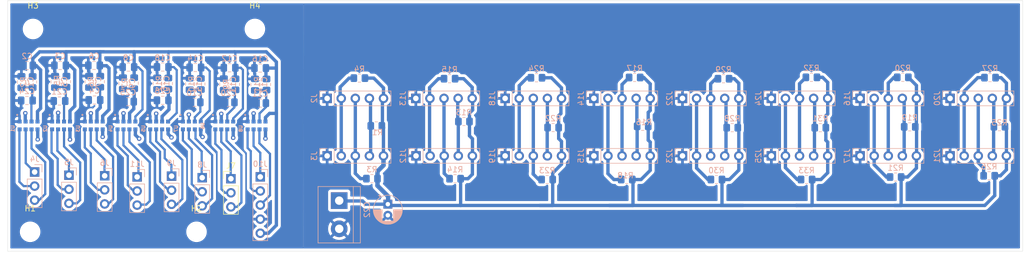
<source format=kicad_pcb>
(kicad_pcb (version 20221018) (generator pcbnew)
  (layers (0 "F.Cu" signal) (31 "B.Cu" signal) (34 "B.Paste" user) (35 "F.Paste" user) (36 "B.SilkS" user "B.Silkscreen") (37 "F.SilkS" user "F.Silkscreen") (38 "B.Mask" user) (39 "F.Mask" user) (44 "Edge.Cuts" user))
  (net 0 "")
  (net 1 "SCL1")
  (net 2 "SDA1")
  (net 3 "INT1")
  (net 4 "Net-(U1-Pad2)")
  (net 5 "Net-(C1-Pad1)")
  (net 6 "sclin")
  (net 7 "sdain")
  (net 8 "intin")
  (net 9 "GND")
  (net 10 "sclin2")
  (net 11 "Net-(C4-Pad1)")
  (net 12 "Net-(C21-Pad1)")
  (net 13 "Net-(C25-Pad1)")
  (net 14 "Net-(C13-Pad1)")
  (net 15 "Net-(C10-Pad1)")
  (net 16 "Net-(C11-Pad1)")
  (net 17 "Net-(C19-Pad1)")
  (net 18 "SDA2")
  (net 19 "SCL2")
  (net 20 "INT2")
  (net 21 "SDA3")
  (net 22 "SCL3")
  (net 23 "INT3")
  (net 24 "SDA4")
  (net 25 "SCL4")
  (net 26 "INT4")
  (net 27 "SDA6")
  (net 28 "SCL6")
  (net 29 "INT6")
  (net 30 "SDA7")
  (net 31 "SCL7")
  (net 32 "INT7")
  (net 33 "SDA8")
  (net 34 "SCL8")
  (net 35 "INT8")
  (net 36 "SDA5")
  (net 37 "SCL5")
  (net 38 "INT5")
  (net 39 "Net-(U2-Pad2)")
  (net 40 "Net-(U3-Pad2)")
  (net 41 "Net-(U4-Pad2)")
  (net 42 "Net-(U5-Pad2)")
  (net 43 "Net-(U6-Pad2)")
  (net 44 "Net-(U7-Pad2)")
  (net 45 "Net-(U8-Pad2)")
  (net 46 "+3.3V")
  (net 47 "sdain2")
  (net 48 "intin2")
  (net 49 "sclin4")
  (net 50 "sdain4")
  (net 51 "intin4")
  (net 52 "sclin7")
  (net 53 "sdain7")
  (net 54 "intin7")
  (net 55 "sclin3")
  (net 56 "sdain3")
  (net 57 "intin3")
  (net 58 "sclin8")
  (net 59 "sdain8")
  (net 60 "intin8")
  (net 61 "sclin5")
  (net 62 "sdain5")
  (net 63 "intin5")
  (net 64 "sclin6")
  (net 65 "sdain6")
  (net 66 "intin6")
  (footprint "MountingHole:MountingHole_3.2mm_M3" (layer "F.Cu") (at 40.68 52.387)
    (fp_text reference "H3")
    (fp_text value "MountingHole")
  )
  (footprint "Connector_PinHeader_2.54mm:PinHeader_1x03_P2.54mm_Vertical" (layer "F.Cu") (at 76.36 79.387)
    (fp_text reference "J7")
    (fp_text value "Conn_01x03_Pin" hide)
  )
  (footprint "MountingHole:MountingHole_3.2mm_M3" (layer "F.Cu") (at 70.16 88.957)
    (fp_text reference "H2")
    (fp_text value "MountingHole")
  )
  (footprint "MountingHole:MountingHole_3.2mm_M3" (layer "F.Cu") (at 40.16 88.957)
    (fp_text reference "H1")
    (fp_text value "MountingHole")
  )
  (footprint "MountingHole:MountingHole_3.2mm_M3" (layer "F.Cu") (at 80.68 52.387)
    (fp_text reference "H4")
    (fp_text value "MountingHole")
  )
  (footprint "Resistor_SMD:R_0805_2012Metric_Pad1.20x1.40mm_HandSolder" (layer "B.Cu") (at 131.455 61.1828 180)
    (fp_text reference "R24")
    (fp_text value "2.2k")
  )
  (footprint "Capacitor_SMD:C_0805_2012Metric_Pad1.18x1.45mm_HandSolder" (layer "B.Cu") (at 64.06 65.247 180)
    (fp_text reference "C26")
    (fp_text value "10uF")
  )
  (footprint "Capacitor_SMD:C_0805_2012Metric_Pad1.18x1.45mm_HandSolder" (layer "B.Cu") (at 64.064 59.25425 180)
    (fp_text reference "C18")
    (fp_text value "0.47uF")
  )
  (footprint "Resistor_SMD:R_0805_2012Metric_Pad1.20x1.40mm_HandSolder" (layer "B.Cu") (at 213.23 61.1578 180)
    (fp_text reference "R27")
    (fp_text value "2.2k")
  )
  (footprint "Connector_PinHeader_2.54mm:PinHeader_1x03_P2.54mm_Vertical" (layer "B.Cu") (at 47.16 78.752 180)
    (fp_text reference "J5")
    (fp_text value "Conn_01x03_Pin")
  )
  (footprint "Resistor_SMD:R_0805_2012Metric_Pad1.20x1.40mm_HandSolder" (layer "B.Cu") (at 70.94 62.307 -90)
    (fp_text reference "R10")
    (fp_text value "10E")
  )
  (footprint "Resistor_SMD:R_0805_2012Metric_Pad1.20x1.40mm_HandSolder" (layer "B.Cu") (at 77.188 62.367 -90)
    (fp_text reference "R9")
    (fp_text value "10E")
  )
  (footprint "Capacitor_SMD:C_0805_2012Metric_Pad1.18x1.45mm_HandSolder" (layer "B.Cu") (at 63.0734 62.22825 90)
    (fp_text reference "C19")
    (fp_text value "0.1uF")
  )
  (footprint "TerminalBlock:TerminalBlock_bornier-2_P5.08mm" (layer "B.Cu") (at 95.886 83.3388 -90)
    (fp_text reference "J28" hide)
    (fp_text value "Conn_01x02_Pin" hide)
  )
  (footprint "Capacitor_SMD:C_0805_2012Metric_Pad1.18x1.45mm_HandSolder" (layer "B.Cu") (at 80.7 62.4245 90)
    (fp_text reference "C17")
    (fp_text value "0.1uF")
  )
  (footprint "Resistor_SMD:R_0805_2012Metric_Pad1.20x1.40mm_HandSolder" (layer "B.Cu") (at 196.205 79.0828 180)
    (fp_text reference "R21")
    (fp_text value "2.2k")
  )
  (footprint "Resistor_SMD:R_0805_2012Metric_Pad1.20x1.40mm_HandSolder" (layer "B.Cu") (at 116.78 79.3828 180)
    (fp_text reference "R14")
    (fp_text value "2.2k")
  )
  (footprint "Connector_PinHeader_2.54mm:PinHeader_1x05_P2.54mm_Vertical" (layer "B.Cu") (at 81.6584 79.0542 180)
    (fp_text reference "J10")
    (fp_text value "Sen to pull out")
  )
  (footprint "Resistor_SMD:R_0805_2012Metric_Pad1.20x1.40mm_HandSolder" (layer "B.Cu") (at 150.605 69.9328 180)
    (fp_text reference "R16")
    (fp_text value "10k")
  )
  (footprint "Capacitor_SMD:C_0805_2012Metric_Pad1.18x1.45mm_HandSolder" (layer "B.Cu") (at 69.81 65.607 180)
    (fp_text reference "C10")
    (fp_text value "10uF")
  )
  (footprint "Connector_PinHeader_2.54mm:PinHeader_1x05_P2.54mm_Vertical" (layer "B.Cu") (at 173.805 64.9046 -90)
    (fp_text reference "J24")
    (fp_text value "sen to pull in")
  )
  (footprint "Connector_PinHeader_2.54mm:PinHeader_1x05_P2.54mm_Vertical" (layer "B.Cu") (at 206.03 64.9046 -90)
    (fp_text reference "J20")
    (fp_text value "sen to pull in")
  )
  (footprint "Resistor_SMD:R_0805_2012Metric_Pad1.20x1.40mm_HandSolder" (layer "B.Cu") (at 118.3762 69.0702 180)
    (fp_text reference "R13")
    (fp_text value "10k")
  )
  (footprint "Resistor_SMD:R_0805_2012Metric_Pad1.20x1.40mm_HandSolder" (layer "B.Cu") (at 99.5294 61.247 180)
    (fp_text reference "R4")
    (fp_text value "2.2k")
  )
  (footprint "VCNL4040M3OE:VISHAY_VCNL4040_4X2X1.1" (layer "B.Cu") (at 45.7329 69.7832 -90)
    (fp_text reference "U2")
    (fp_text value "VCNL4040M3OE")
  )
  (footprint "Connector_PinHeader_2.54mm:PinHeader_1x05_P2.54mm_Vertical" (layer "B.Cu") (at 189.805 75.2678 -90)
    (fp_text reference "J17")
    (fp_text value "Pull to mux in")
  )
  (footprint "Resistor_SMD:R_0805_2012Metric_Pad1.20x1.40mm_HandSolder" (layer "B.Cu") (at 214.93 70.0078 180)
    (fp_text reference "R25")
    (fp_text value "10k")
  )
  (footprint "Resistor_SMD:R_0805_2012Metric_Pad1.20x1.40mm_HandSolder" (layer "B.Cu") (at 181.03 61.1078 180)
    (fp_text reference "R32")
    (fp_text value "2.2k")
  )
  (footprint "Connector_PinHeader_2.54mm:PinHeader_1x03_P2.54mm_Vertical" (layer "B.Cu") (at 40.97 78.177 180)
    (fp_text reference "J4")
    (fp_text value "Conn_01x03_Pin")
  )
  (footprint "Capacitor_SMD:C_0805_2012Metric_Pad1.18x1.45mm_HandSolder" (layer "B.Cu") (at 57.8075 65.487 180)
    (fp_text reference "C25")
    (fp_text value "10uF")
  )
  (footprint "Capacitor_SMD:C_0805_2012Metric_Pad1.18x1.45mm_HandSolder" (layer "B.Cu") (at 38.588496 61.958701 90)
    (fp_text reference "C1")
    (fp_text value "0.1uF")
  )
  (footprint "VCNL4040M3OE:VISHAY_VCNL4040_4X2X1.1" (layer "B.Cu") (at 75.1629 69.7832 -90)
    (fp_text reference "U6")
    (fp_text value "VCNL4040M3OE" hide)
  )
  (footprint "Resistor_SMD:R_0805_2012Metric_Pad1.20x1.40mm_HandSolder" (layer "B.Cu") (at 46.708 61.887 -90)
    (fp_text reference "R5")
    (fp_text value "10E")
  )
  (footprint "Capacitor_SMD:C_0805_2012Metric_Pad1.18x1.45mm_HandSolder" (layer "B.Cu") (at 45.574 58.966 180)
    (fp_text reference "C3")
    (fp_text value "0.47uF")
  )
  (footprint "Connector_PinHeader_2.54mm:PinHeader_1x05_P2.54mm_Vertical" (layer "B.Cu") (at 189.805 64.9046 -90)
    (fp_text reference "J16")
    (fp_text value "sen to pull in")
  )
  (footprint "Resistor_SMD:R_0805_2012Metric_Pad1.20x1.40mm_HandSolder" (layer "B.Cu") (at 102.5774 69.8576 180)
    (fp_text reference "R1")
    (fp_text value "10k")
  )
  (footprint "VCNL4040M3OE:VISHAY_VCNL4040_4X2X1.1" (layer "B.Cu") (at 80.9819 69.7832 -90)
    (fp_text reference "U8")
    (fp_text value "VCNL4040M3OE")
  )
  (footprint "Connector_PinHeader_2.54mm:PinHeader_1x03_P2.54mm_Vertical" (layer "B.Cu") (at 53.6 78.857 180)
    (fp_text reference "J6")
    (fp_text value "Conn_01x03_Pin")
  )
  (footprint "Connector_PinHeader_2.54mm:PinHeader_1x05_P2.54mm_Vertical" (layer "B.Cu") (at 206.03 75.2678 -90)
    (fp_text reference "J21")
    (fp_text value "Pull to mux in")
  )
  (footprint "Resistor_SMD:R_0805_2012Metric_Pad1.20x1.40mm_HandSolder" (layer "B.Cu") (at 149.155 61.1328 180)
    (fp_text reference "R17")
    (fp_text value "2.2k")
  )
  (footprint "Connector_PinHeader_2.54mm:PinHeader_1x03_P2.54mm_Vertical" (layer "B.Cu") (at 65.66 78.922 180)
    (fp_text reference "J9")
    (fp_text value "Conn_01x03_Pin")
  )
  (footprint "VCNL4040M3OE:VISHAY_VCNL4040_4X2X1.1" (layer "B.Cu") (at 69.3169 69.7832 -90)
    (fp_text reference "U7")
    (fp_text value "VCNL4040M3OE")
  )
  (footprint "Resistor_SMD:R_0805_2012Metric_Pad1.20x1.40mm_HandSolder" (layer "B.Cu") (at 52.804 61.891 -90)
    (fp_text reference "R6")
    (fp_text value "10E")
  )
  (footprint "Resistor_SMD:R_0805_2012Metric_Pad1.20x1.40mm_HandSolder" (layer "B.Cu") (at 115.7854 61.3486 180)
    (fp_text reference "R15")
    (fp_text value "2.2k")
  )
  (footprint "Capacitor_SMD:C_0805_2012Metric_Pad1.18x1.45mm_HandSolder" (layer "B.Cu") (at 45.45 65.377 180)
    (fp_text reference "C21")
    (fp_text value "10uF")
  )
  (footprint "Resistor_SMD:R_0805_2012Metric_Pad1.20x1.40mm_HandSolder" (layer "B.Cu") (at 182.63 70.1828 180)
    (fp_text reference "R31")
    (fp_text value "10k")
  )
  (footprint "Capacitor_SMD:C_0805_2012Metric_Pad1.18x1.45mm_HandSolder" (layer "B.Cu") (at 50.7988 61.90764 90)
    (fp_text reference "C7")
    (fp_text value "0.1uF")
  )
  (footprint "Capacitor_SMD:C_0805_2012Metric_Pad1.18x1.45mm_HandSolder" (layer "B.Cu") (at 75.96 65.617 180)
    (fp_text reference "C20")
    (fp_text value "10uF")
  )
  (footprint "Capacitor_SMD:C_0805_2012Metric_Pad1.18x1.45mm_HandSolder" (layer "B.Cu") (at 39.6035 58.973 180)
    (fp_text reference "C2")
    (fp_text value "0.47uF")
  )
  (footprint "Resistor_SMD:R_0805_2012Metric_Pad1.20x1.40mm_HandSolder" (layer "B.Cu") (at 147.73 79.5328 180)
    (fp_text reference "R18")
    (fp_text value "2.2k")
  )
  (footprint "Connector_PinHeader_2.54mm:PinHeader_1x05_P2.54mm_Vertical" (layer "B.Cu") (at 93.7128 64.9046 -90)
    (fp_text reference "J2")
    (fp_text value "sen to pull in" hide)
  )
  (footprint "Connector_PinHeader_2.54mm:PinHeader_1x03_P2.54mm_Vertical" (layer "B.Cu") (at 59.45 79.062 180)
    (fp_text reference "J11")
    (fp_text value "Conn_01x03_Pin")
  )
  (footprint "Capacitor_SMD:C_0805_2012Metric_Pad1.18x1.45mm_HandSolder" (layer "B.Cu") (at 69.9494 59.333 180)
    (fp_text reference "C14")
    (fp_text value "0.47uF")
  )
  (footprint "Capacitor_SMD:C_0805_2012Metric_Pad1.18x1.45mm_HandSolder" (layer "B.Cu") (at 57.8806 59.26286 180)
    (fp_text reference "C8")
    (fp_text value "0.47uF")
  )
  (footprint "VCNL4040M3OE:VISHAY_VCNL4040_4X2X1.1" (layer "B.Cu") (at 63.4209 69.7832 -90)
    (fp_text reference "U5")
    (fp_text value "VCNL4040M3OE")
  )
  (footprint "VCNL4040M3OE:VISHAY_VCNL4040_4X2X1.1" (layer "B.Cu") (at 51.6289 69.7832 -90)
    (fp_text reference "U3")
    (fp_text value "VCNL4040M3OE")
  )
  (footprint "Resistor_SMD:R_0805_2012Metric_Pad1.20x1.40mm_HandSolder" (layer "B.Cu") (at 40.612 61.947 -90)
    (fp_text reference "R2")
    (fp_text value "10E")
  )
  (footprint "Connector_PinHeader_2.54mm:PinHeader_1x03_P2.54mm_Vertical" (layer "B.Cu") (at 71.18 79.202 180)
    (fp_text reference "J8")
    (fp_text value "Conn_01x03_Pin")
  )
  (footprint "Connector_PinHeader_2.54mm:PinHeader_1x05_P2.54mm_Vertical" (layer "B.Cu") (at 125.806 75.2678 -90)
    (fp_text reference "J19")
    (fp_text value "Pull to mux in")
  )
  (footprint "Resistor_SMD:R_0805_2012Metric_Pad1.20x1.40mm_HandSolder" (layer "B.Cu") (at 65.08 62.22825 -90)
    (fp_text reference "R12")
    (fp_text value "10E")
  )
  (footprint "Resistor_SMD:R_0805_2012Metric_Pad1.20x1.40mm_HandSolder" (layer "B.Cu") (at 82.776 62.399 -90)
    (fp_text reference "R11")
    (fp_text value "10E")
  )
  (footprint "Resistor_SMD:R_0805_2012Metric_Pad1.20x1.40mm_HandSolder" (layer "B.Cu") (at 133.38 79.5328 180)
    (fp_text reference "R23")
    (fp_text value "2.2k")
  )
  (footprint "VCNL4040M3OE:VISHAY_VCNL4040_4X2X1.1" (layer "B.Cu") (at 57.5249 69.7832 -90)
    (fp_text reference "U4")
    (fp_text value "VCNL4040M3OE")
  )
  (footprint "Capacitor_SMD:C_0805_2012Metric_Pad1.18x1.45mm_HandSolder" (layer "B.Cu") (at 39.58 65.287 180)
    (fp_text reference "C24")
    (fp_text value "10uF")
  )
  (footprint "Connector_PinHeader_2.54mm:PinHeader_1x05_P2.54mm_Vertical" (layer "B.Cu") (at 109.7402 75.2678 -90)
    (fp_text reference "J12")
    (fp_text value "sen to pull in")
  )
  (footprint "Resistor_SMD:R_0805_2012Metric_Pad1.20x1.40mm_HandSolder" (layer "B.Cu") (at 101.79 79.367 180)
    (fp_text reference "R3")
    (fp_text value "2.2k")
  )
  (footprint "Connector_PinHeader_2.54mm:PinHeader_1x05_P2.54mm_Vertical" (layer "B.Cu") (at 141.8032 75.2678 -90)
    (fp_text reference "J15")
    (fp_text value "Pull to mux in")
  )
  (footprint "Capacitor_SMD:C_0805_2012Metric_Pad1.18x1.45mm_HandSolder" (layer "B.Cu") (at 68.9334 62.307 90)
    (fp_text reference "C15")
    (fp_text value "0.1uF")
  )
  (footprint "Connector_PinHeader_2.54mm:PinHeader_1x05_P2.54mm_Vertical" (layer "B.Cu") (at 157.78 75.2678 -90)
    (fp_text reference "J23")
    (fp_text value "Pull to mux in")
  )
  (footprint "Capacitor_SMD:C_0805_2012Metric_Pad1.18x1.45mm_HandSolder" (layer "B.Cu") (at 81.63 65.757 180)
    (fp_text reference "C11")
    (fp_text value "10uF")
  )
  (footprint "Connector_PinHeader_2.54mm:PinHeader_1x05_P2.54mm_Vertical" (layer "B.Cu") (at 93.7128 75.2678 -90)
    (fp_text reference "J3")
    (fp_text value "Pull to mux in" hide)
  )
  (footprint "Resistor_SMD:R_0805_2012Metric_Pad1.20x1.40mm_HandSolder" (layer "B.Cu") (at 134.455 70.1578 180)
    (fp_text reference "R22")
    (fp_text value "10k")
  )
  (footprint "Connector_PinHeader_2.54mm:PinHeader_1x05_P2.54mm_Vertical" (layer "B.Cu") (at 173.805 75.2678 -90)
    (fp_text reference "J25")
    (fp_text value "Pull to mux in")
  )
  (footprint "Resistor_SMD:R_0805_2012Metric_Pad1.20x1.40mm_HandSolder" (layer "B.Cu") (at 197.505 61.1078 180)
    (fp_text reference "R20")
    (fp_text value "2.2k")
  )
  (footprint "Capacitor_SMD:C_0805_2012Metric_Pad1.18x1.45mm_HandSolder" (layer "B.Cu") (at 44.659368 61.91304 90)
    (fp_text reference "C5")
    (fp_text value "0.1uF")
  )
  (footprint "Connector_PinHeader_2.54mm:PinHeader_1x05_P2.54mm_Vertical" (layer "B.Cu") (at 125.806 64.9046 -90)
    (fp_text reference "J18")
    (fp_text value "sen to pull in")
  )
  (footprint "Resistor_SMD:R_0805_2012Metric_Pad1.20x1.40mm_HandSolder" (layer "B.Cu") (at 180.155 79.5328 180)
    (fp_text reference "R33")
    (fp_text value "2.2k")
  )
  (footprint "Resistor_SMD:R_0805_2012Metric_Pad1.20x1.40mm_HandSolder" (layer "B.Cu") (at 58.922 62.15846 -90)
    (fp_text reference "R7")
    (fp_text value "10E")
  )
  (footprint "Capacitor_SMD:C_0805_2012Metric_Pad1.18x1.45mm_HandSolder" (layer "B.Cu") (at 56.89 62.1845 90)
    (fp_text reference "C9")
    (fp_text value "0.1uF")
  )
  (footprint "Resistor_SMD:R_0805_2012Metric_Pad1.20x1.40mm_HandSolder" (layer "B.Cu") (at 198.755 70.0328 180)
    (fp_text reference "R19")
    (fp_text value "10k")
  )
  (footprint "Connector_PinHeader_2.54mm:PinHeader_1x05_P2.54mm_Vertical" (layer "B.Cu") (at 157.78 64.9046 -90)
    (fp_text reference "J22")
    (fp_text value "sen to pull in")
  )
  (footprint "Resistor_SMD:R_0805_2012Metric_Pad1.20x1.40mm_HandSolder" (layer "B.Cu") (at 165.18 61.3578 180)
    (fp_text reference "R29")
    (fp_text value "2.2k")
  )
  (footprint "Capacitor_THT:CP_Radial_D5.0mm_P2.00mm" (layer "B.Cu") (at 104.656 83.9788 -90)
    (fp_text reference "C22")
    (fp_text value "100uF")
  )
  (footprint "Capacitor_SMD:C_0805_2012Metric_Pad1.18x1.45mm_HandSolder" (layer "B.Cu") (at 51.76 65.197 180)
    (fp_text reference "C4")
    (fp_text value "10uF")
  )
  (footprint "Capacitor_SMD:C_0805_2012Metric_Pad1.18x1.45mm_HandSolder" (layer "B.Cu") (at 81.6398 59.438799 180)
    (fp_text reference "C16")
    (fp_text value "0.47uF")
  )
  (footprint "Capacitor_SMD:C_0805_2012Metric_Pad1.18x1.45mm_HandSolder" (layer "B.Cu") (at 75.0788 62.367 90)
    (fp_text reference "C13")
    (fp_text value "0.1uF")
  )
  (footprint "Capacitor_SMD:C_0805_2012Metric_Pad1.18x1.45mm_HandSolder" (layer "B.Cu") (at 51.6878 58.9606 180)
    (fp_text reference "C6")
    (fp_text value "0.47uF")
  )
  (footprint "Resistor_SMD:R_0805_2012Metric_Pad1.20x1.40mm_HandSolder" (layer "B.Cu") (at 213.08 78.8578 180)
    (fp_text reference "R26")
    (fp_text value "2.2k")
  )
  (footprint "VCNL4040M3OE:VISHAY_VCNL4040_4X2X1.1" (layer "B.Cu") (at 39.8754 69.7832 -90)
    (fp_text reference "U1")
    (fp_text value "VCNL4040M3OE" hide)
  )
  (footprint "Resistor_SMD:R_0805_2012Metric_Pad1.20x1.40mm_HandSolder" (layer "B.Cu") (at 166.755 70.1828 180)
    (fp_text reference "R28")
    (fp_text value "10k")
  )
  (footprint "Capacitor_SMD:C_0805_2012Metric_Pad1.18x1.45mm_HandSolder" (layer "B.Cu") (at 76.1202 59.381299 180)
    (fp_text reference "C12")
    (fp_text value "0.47uF")
  )
  (footprint "Resistor_SMD:R_0805_2012Metric_Pad1.20x1.40mm_HandSolder" (layer "B.Cu") (at 163.905 79.5328 180)
    (fp_text reference "R30")
    (fp_text value "2.2k")
  )
  (footprint "Connector_PinHeader_2.54mm:PinHeader_1x05_P2.54mm_Vertical" (layer "B.Cu") (at 141.8032 64.9046 -90)
    (fp_text reference "J14")
    (fp_text value "sen to pull in")
  )
  (footprint "Connector_PinHeader_2.54mm:PinHeader_1x05_P2.54mm_Vertical" (layer "B.Cu") (at 109.705 64.9046 -90)
    (fp_text reference "J13")
    (fp_text value "Pull to mux in")
  )
  (gr_rect (start 36.09 47.267) (end 219.13 92.457) (stroke (width 0.05)) (fill none) (layer "Edge.Cuts"))
  (segment (start 39.0002 80.717) (end 38.2244 79.9412) (width 0.4) (layer "B.Cu") (net 1))
  (segment (start 38.2244 70.5217) (end 38.2629 70.4832) (width 0.4) (layer "B.Cu") (net 1))
  (segment (start 38.2244 79.9412) (end 38.2244 70.5217) (width 0.4) (layer "B.Cu") (net 1))
  (segment (start 40.97 80.717) (end 39.0002 80.717) (width 0.4) (layer "B.Cu") (net 1))
  (segment (start 39.3674 76.5744) (end 40.97 78.177) (width 0.4) (layer "B.Cu") (net 2))
  (segment (start 39.3379 70.4832) (end 39.3674 70.5127) (width 0.4) (layer "B.Cu") (net 2))
  (segment (start 39.3674 70.5127) (end 39.3674 76.5744) (width 0.4) (layer "B.Cu") (net 2))
  (segment (start 42.88 76.407) (end 40.4129 73.9399) (width 0.4) (layer "B.Cu") (net 3))
  (segment (start 41.77 83.257) (end 42.88 82.147) (width 0.4) (layer "B.Cu") (net 3))
  (segment (start 40.97 83.257) (end 41.77 83.257) (width 0.4) (layer "B.Cu") (net 3))
  (segment (start 40.4129 73.9399) (end 40.4129 70.4832) (width 0.4) (layer "B.Cu") (net 3))
  (segment (start 42.88 82.147) (end 42.88 76.407) (width 0.4) (layer "B.Cu") (net 3))
  (via (at 41.5264 72.293882) (size 0.8) (drill 0.4) (layers "F.Cu" "B.Cu") (net 4))
  (via (at 39.29 67.567) (size 0.8) (drill 0.4) (layers "F.Cu" "B.Cu") (net 4))
  (segment (start 39.29 67.567) (end 39.2834 67.5736) (width 0.6) (layer "B.Cu") (net 4))
  (segment (start 41.5264 72.293882) (end 41.5264 70.5217) (width 0.6) (layer "B.Cu") (net 4))
  (segment (start 39.2834 67.5736) (end 39.2834 69.0832) (width 0.6) (layer "B.Cu") (net 4))
  (segment (start 41.5264 70.5217) (end 41.4879 70.4832) (width 0.3) (layer "B.Cu") (net 4))
  (segment (start 40.6175 65.287) (end 40.3875 65.517) (width 0.4) (layer "B.Cu") (net 5))
  (segment (start 40.3875 65.517) (end 40.3875 69.0578) (width 0.4) (layer "B.Cu") (net 5))
  (segment (start 40.3875 69.0578) (end 40.4129 69.0832) (width 0.4) (layer "B.Cu") (net 5))
  (segment (start 40.53 62.947) (end 40.53 65.1995) (width 0.4) (layer "B.Cu") (net 5))
  (segment (start 40.53 65.1995) (end 40.6175 65.287) (width 0.4) (layer "B.Cu") (net 5))
  (segment (start 40.7465 62.9845) (end 40.784 62.947) (width 0.4) (layer "B.Cu") (net 5))
  (segment (start 40.709 62.947) (end 40.7465 62.9845) (width 0.4) (layer "B.Cu") (net 5))
  (segment (start 40.53 62.947) (end 38.637697 62.947) (width 0.4) (layer "B.Cu") (net 5))
  (segment (start 96.055 64.7068) (end 96.2528 64.9046) (width 0.6) (layer "B.Cu") (net 6))
  (segment (start 96.2528 64.9046) (end 96.2528 75.2678) (width 0.6) (layer "B.Cu") (net 6))
  (segment (start 97.6658 61.247) (end 96.055 62.8578) (width 0.6) (layer "B.Cu") (net 6))
  (segment (start 96.055 62.8578) (end 96.055 64.7068) (width 0.6) (layer "B.Cu") (net 6))
  (segment (start 98.5294 61.247) (end 97.6658 61.247) (width 0.6) (layer "B.Cu") (net 6))
  (segment (start 98.7928 64.9046) (end 98.7928 78.4298) (width 0.6) (layer "B.Cu") (net 7))
  (segment (start 99.73 79.367) (end 100.79 79.367) (width 0.6) (layer "B.Cu") (net 7))
  (segment (start 98.7928 78.4298) (end 99.73 79.367) (width 0.6) (layer "B.Cu") (net 7))
  (segment (start 101.555 70.3244) (end 101.555 75.0456) (width 0.6) (layer "B.Cu") (net 8))
  (segment (start 101.3328 64.9046) (end 101.53 65.1018) (width 0.6) (layer "B.Cu") (net 8))
  (segment (start 101.53 69.4158) (end 101.3328 69.613) (width 0.6) (layer "B.Cu") (net 8))
  (segment (start 101.53 65.1018) (end 101.53 69.4158) (width 0.6) (layer "B.Cu") (net 8))
  (segment (start 101.3328 69.613) (end 101.5774 69.8576) (width 0) (layer "B.Cu") (net 8))
  (segment (start 101.3328 70.1022) (end 101.555 70.3244) (width 0.6) (layer "B.Cu") (net 8))
  (segment (start 101.555 75.0456) (end 101.3328 75.2678) (width 0.6) (layer "B.Cu") (net 8))
  (segment (start 109.6386 75.1662) (end 109.7402 75.2678) (width 0.6) (layer "B.Cu") (net 9))
  (segment (start 114.7854 61.3486) (end 113.7842 61.3486) (width 0.6) (layer "B.Cu") (net 10))
  (segment (start 113.7842 61.3486) (end 112.1786 62.9542) (width 0.6) (layer "B.Cu") (net 10))
  (segment (start 112.1786 62.9542) (end 112.1786 75.1662) (width 0.6) (layer "B.Cu") (net 10))
  (segment (start 112.1786 75.1662) (end 112.2802 75.2678) (width 0.6) (layer "B.Cu") (net 10))
  (segment (start 52.78 62.907) (end 50.83694 62.907) (width 0.4) (layer "B.Cu") (net 11))
  (segment (start 52.21 67.157) (end 52.7975 66.5695) (width 0.6) (layer "B.Cu") (net 11))
  (segment (start 52.7975 66.5695) (end 52.7975 65.197) (width 0.6) (layer "B.Cu") (net 11))
  (segment (start 52.78 65.1795) (end 52.7975 65.197) (width 0.4) (layer "B.Cu") (net 11))
  (segment (start 52.21 69.0396) (end 52.21 67.157) (width 0.6) (layer "B.Cu") (net 11))
  (segment (start 52.78 62.907) (end 52.78 65.1795) (width 0.4) (layer "B.Cu") (net 11))
  (segment (start 52.78 62.907) (end 52.5722 63.1148) (width 0.4) (layer "B.Cu") (net 11))
  (segment (start 52.1664 69.0832) (end 52.21 69.0396) (width 0.6) (layer "B.Cu") (net 11))
  (segment (start 45.193 62.8505) (end 46.5535 62.8505) (width 0.4) (layer "B.Cu") (net 12))
  (segment (start 46.2704 65.5941) (end 46.2704 69.0832) (width 0.4) (layer "B.Cu") (net 12))
  (segment (start 46.59 62.887) (end 46.59 65.2745) (width 0.4) (layer "B.Cu") (net 12))
  (segment (start 46.5535 62.8505) (end 46.59 62.887) (width 0.4) (layer "B.Cu") (net 12))
  (segment (start 46.59 65.2745) (end 46.4875 65.377) (width 0.4) (layer "B.Cu") (net 12))
  (segment (start 46.4875 65.377) (end 46.2704 65.5941) (width 0.4) (layer "B.Cu") (net 12))
  (segment (start 58.922 65.41) (end 58.845 65.487) (width 0.6) (layer "B.Cu") (net 13))
  (segment (start 58.845 65.487) (end 58.845 66.802) (width 0.6) (layer "B.Cu") (net 13))
  (segment (start 58.0624 68.586144) (end 58.0624 69.0832) (width 0.4) (layer "B.Cu") (net 13))
  (segment (start 58.09 67.557) (end 58.09 69.0556) (width 0.6) (layer "B.Cu") (net 13))
  (segment (start 58.922 63.15846) (end 58.922 65.41) (width 0.6) (layer "B.Cu") (net 13))
  (segment (start 58.922 63.16236) (end 56.95354 63.16236) (width 0.4) (layer "B.Cu") (net 13))
  (segment (start 58.09 69.0556) (end 58.0624 69.0832) (width 0.6) (layer "B.Cu") (net 13))
  (segment (start 58.845 66.802) (end 58.09 67.557) (width 0.6) (layer "B.Cu") (net 13))
  (segment (start 75.0788 63.4045) (end 77.0225 63.4045) (width 0.4) (layer "B.Cu") (net 14))
  (segment (start 77.0225 63.4045) (end 77.06 63.367) (width 0.4) (layer "B.Cu") (net 14))
  (segment (start 76.9975 65.617) (end 76.9975 66.5095) (width 0.4) (layer "B.Cu") (net 14))
  (segment (start 76.9975 66.5095) (end 75.7004 67.8066) (width 0.4) (layer "B.Cu") (net 14))
  (segment (start 77.0764 65.5381) (end 76.9975 65.617) (width 0.4) (layer "B.Cu") (net 14))
  (segment (start 77.0764 63.404056) (end 77.0764 65.5381) (width 0.4) (layer "B.Cu") (net 14))
  (segment (start 75.7004 67.8066) (end 75.7004 69.0832) (width 0.4) (layer "B.Cu") (net 14))
  (segment (start 70.8475 67.2995) (end 69.8544 68.2926) (width 0.4) (layer "B.Cu") (net 15))
  (segment (start 70.8475 65.607) (end 70.8475 67.2995) (width 0.4) (layer "B.Cu") (net 15))
  (segment (start 70.94 65.5145) (end 70.8475 65.607) (width 0.4) (layer "B.Cu") (net 15))
  (segment (start 70.94 63.307) (end 70.94 65.5145) (width 0.4) (layer "B.Cu") (net 15))
  (segment (start 70.9025 63.3445) (end 70.94 63.307) (width 0.4) (layer "B.Cu") (net 15))
  (segment (start 68.9334 63.3445) (end 70.9025 63.3445) (width 0.4) (layer "B.Cu") (net 15))
  (segment (start 69.8544 68.2926) (end 69.8544 69.0832) (width 0.4) (layer "B.Cu") (net 15))
  (segment (start 81.5194 67.6276) (end 81.5194 69.0832) (width 0.4) (layer "B.Cu") (net 16))
  (segment (start 80.749201 63.412799) (end 80.7 63.462) (width 0.4) (layer "B.Cu") (net 16))
  (segment (start 82.7198 64.032) (end 82.7198 65.3212) (width 0.4) (layer "B.Cu") (net 16))
  (segment (start 82.6675 65.757) (end 82.6675 66.4795) (width 0.4) (layer "B.Cu") (net 16))
  (segment (start 82.6675 66.4795) (end 81.5194 67.6276) (width 0.4) (layer "B.Cu") (net 16))
  (segment (start 82.6812 63.412799) (end 80.749201 63.412799) (width 0.4) (layer "B.Cu") (net 16))
  (segment (start 65.0425 63.26575) (end 65.08 63.22825) (width 0.6) (layer "B.Cu") (net 17))
  (segment (start 63.0734 63.26575) (end 65.0425 63.26575) (width 0.6) (layer "B.Cu") (net 17))
  (segment (start 65.08 65.03275) (end 65.1915 65.14425) (width 0.6) (layer "B.Cu") (net 17))
  (segment (start 65.1915 65.14425) (end 65.1915 66.911135) (width 0.6) (layer "B.Cu") (net 17))
  (segment (start 65.1915 66.911135) (end 63.9584 68.144235) (width 0.6) (layer "B.Cu") (net 17))
  (segment (start 63.9584 68.144235) (end 63.9584 69.0832) (width 0.6) (layer "B.Cu") (net 17))
  (segment (start 65.08 63.22825) (end 65.08 65.03275) (width 0.6) (layer "B.Cu") (net 17))
  (segment (start 47.16 76.447) (end 45.0704 74.3574) (width 0.4) (layer "B.Cu") (net 18))
  (segment (start 45.0704 74.3574) (end 45.0704 70.4832) (width 0.4) (layer "B.Cu") (net 18))
  (segment (start 47.16 78.752) (end 47.16 76.447) (width 0.4) (layer "B.Cu") (net 18))
  (segment (start 45.9252 81.292) (end 45.13 80.4968) (width 0.4) (layer "B.Cu") (net 19))
  (segment (start 45.13 80.4968) (end 45.13 75.797) (width 0.4) (layer "B.Cu") (net 19))
  (segment (start 47.16 81.292) (end 45.9252 81.292) (width 0.4) (layer "B.Cu") (net 19))
  (segment (start 44.0204 74.6874) (end 44.0204 70.4832) (width 0.4) (layer "B.Cu") (net 19))
  (segment (start 45.13 75.797) (end 44.0204 74.6874) (width 0.4) (layer "B.Cu") (net 19))
  (segment (start 48.5828 83.832) (end 49.18 83.2348) (width 0.4) (layer "B.Cu") (net 20))
  (segment (start 49.18 83.2348) (end 49.18 76.4694) (width 0.4) (layer "B.Cu") (net 20))
  (segment (start 49.18 76.4694) (end 46.2704 73.5598) (width 0.4) (layer "B.Cu") (net 20))
  (segment (start 46.2704 73.5598) (end 46.2704 70.4832) (width 0.4) (layer "B.Cu") (net 20))
  (segment (start 47.16 83.832) (end 48.5828 83.832) (width 0.4) (layer "B.Cu") (net 20))
  (segment (start 53.57 78.827) (end 53.57 75.897) (width 0.4) (layer "B.Cu") (net 21))
  (segment (start 51.0914 73.4184) (end 51.0914 70.4832) (width 0.4) (layer "B.Cu") (net 21))
  (segment (start 53.57 75.897) (end 51.0914 73.4184) (width 0.4) (layer "B.Cu") (net 21))
  (segment (start 53.6 78.857) (end 53.57 78.827) (width 0.4) (layer "B.Cu") (net 21))
  (segment (start 53.6 81.397) (end 52.4056 81.397) (width 0.4) (layer "B.Cu") (net 22))
  (segment (start 51.1 80.0914) (end 51.1 74.841214) (width 0.4) (layer "B.Cu") (net 22))
  (segment (start 52.4056 81.397) (end 51.1 80.0914) (width 0.4) (layer "B.Cu") (net 22))
  (segment (start 50.0164 73.757614) (end 50.0164 70.4832) (width 0.4) (layer "B.Cu") (net 22))
  (segment (start 51.1 74.841214) (end 50.0164 73.757614) (width 0.4) (layer "B.Cu") (net 22))
  (segment (start 54.27 83.937) (end 53.56 83.937) (width 0.4) (layer "B.Cu") (net 23))
  (segment (start 55.117253 83.089747) (end 54.27 83.937) (width 0.4) (layer "B.Cu") (net 23))
  (segment (start 52.2198 72.522347) (end 52.1664 72.468947) (width 0.4) (layer "B.Cu") (net 23))
  (segment (start 52.2198 72.522347) (end 52.2198 72.518081) (width 0.4) (layer "B.Cu") (net 23))
  (segment (start 55.117253 75.4198) (end 55.117253 83.089747) (width 0.4) (layer "B.Cu") (net 23))
  (segment (start 52.2198 72.522347) (end 55.117253 75.4198) (width 0.4) (layer "B.Cu") (net 23))
  (segment (start 52.1664 72.468947) (end 52.1664 70.4832) (width 0.4) (layer "B.Cu") (net 23))
  (segment (start 56.9874 73.3644) (end 59.689 76.066) (width 0.4) (layer "B.Cu") (net 24))
  (segment (start 56.9874 70.4832) (end 56.9874 73.3644) (width 0.4) (layer "B.Cu") (net 24))
  (segment (start 59.689 76.066) (end 59.689 78.9758) (width 0.4) (layer "B.Cu") (net 24))
  (segment (start 57.77 80.557) (end 57.77 75.27837) (width 0.4) (layer "B.Cu") (net 25))
  (segment (start 55.9124 73.42077) (end 55.9124 70.4832) (width 0.4) (layer "B.Cu") (net 25))
  (segment (start 58.7288 81.5158) (end 57.77 80.557) (width 0.4) (layer "B.Cu") (net 25))
  (segment (start 59.689 81.5158) (end 58.7288 81.5158) (width 0.4) (layer "B.Cu") (net 25))
  (segment (start 57.77 75.27837) (end 55.9124 73.42077) (width 0.4) (layer "B.Cu") (net 25))
  (segment (start 59.689 84.0558) (end 61.0844 84.0558) (width 0.4) (layer "B.Cu") (net 26))
  (segment (start 61.73 76.421) (end 58.0624 72.7534) (width 0.4) (layer "B.Cu") (net 26))
  (segment (start 61.73 83.4102) (end 61.73 76.421) (width 0.4) (layer "B.Cu") (net 26))
  (segment (start 61.0844 84.0558) (end 61.73 83.4102) (width 0.4) (layer "B.Cu") (net 26))
  (segment (start 58.0624 72.689256) (end 58.0624 70.4832) (width 0.4) (layer "B.Cu") (net 26))
  (segment (start 76.326 74.4562) (end 74.6226 72.7528) (width 0.4) (layer "B.Cu") (net 27))
  (segment (start 76.326 79.353) (end 76.326 74.4562) (width 0.4) (layer "B.Cu") (net 27))
  (segment (start 74.6226 72.7528) (end 74.6226 70.486) (width 0.4) (layer "B.Cu") (net 27))
  (segment (start 76.36 79.387) (end 76.326 79.353) (width 0.4) (layer "B.Cu") (net 27))
  (segment (start 74.6226 70.486) (end 74.6254 70.4832) (width 0.4) (layer "B.Cu") (net 27))
  (segment (start 73.5504 73.094814) (end 73.5504 70.4832) (width 0.4) (layer "B.Cu") (net 28))
  (segment (start 74.66 74.204414) (end 73.5504 73.094814) (width 0.4) (layer "B.Cu") (net 28))
  (segment (start 74.66 81.287) (end 74.66 74.204414) (width 0.4) (layer "B.Cu") (net 28))
  (segment (start 76.36 81.927) (end 75.3 81.927) (width 0.4) (layer "B.Cu") (net 28))
  (segment (start 75.3 81.927) (end 74.66 81.287) (width 0.4) (layer "B.Cu") (net 28))
  (segment (start 77.45 84.467) (end 78.2548 83.6622) (width 0.4) (layer "B.Cu") (net 29))
  (segment (start 76.36 84.467) (end 77.45 84.467) (width 0.4) (layer "B.Cu") (net 29))
  (segment (start 78.2548 83.6622) (end 78.2548 75.182918) (width 0.4) (layer "B.Cu") (net 29))
  (segment (start 75.5754 72.503518) (end 75.5754 70.4832) (width 0.4) (layer "B.Cu") (net 29))
  (segment (start 78.2548 75.182918) (end 75.5754 72.503518) (width 0.4) (layer "B.Cu") (net 29))
  (segment (start 71.092 78.8742) (end 71.092 74.458138) (width 0.4) (layer "B.Cu") (net 30))
  (segment (start 71.1428 78.925) (end 71.092 78.8742) (width 0.4) (layer "B.Cu") (net 30))
  (segment (start 71.092 74.458138) (end 68.7794 72.145538) (width 0.4) (layer "B.Cu") (net 30))
  (segment (start 68.7794 72.145538) (end 68.7794 70.4832) (width 0.4) (layer "B.Cu") (net 30))
  (segment (start 67.7044 72.484752) (end 67.7044 70.4832) (width 0.4) (layer "B.Cu") (net 31))
  (segment (start 71.1428 81.465) (end 70.398 81.465) (width 0.4) (layer "B.Cu") (net 31))
  (segment (start 69.3 80.367) (end 69.3 74.080352) (width 0.4) (layer "B.Cu") (net 31))
  (segment (start 70.398 81.465) (end 69.3 80.367) (width 0.4) (layer "B.Cu") (net 31))
  (segment (start 69.3 74.080352) (end 67.7044 72.484752) (width 0.4) (layer "B.Cu") (net 31))
  (segment (start 69.9794 72.143456) (end 72.97 75.134056) (width 0.4) (layer "B.Cu") (net 32))
  (segment (start 71.942 84.005) (end 71.1428 84.005) (width 0.4) (layer "B.Cu") (net 32))
  (segment (start 69.7294 70.6082) (end 69.9794 70.8582) (width 0.4) (layer "B.Cu") (net 32))
  (segment (start 69.9794 70.8582) (end 69.9794 72.143456) (width 0.4) (layer "B.Cu") (net 32))
  (segment (start 72.97 82.977) (end 71.942 84.005) (width 0.4) (layer "B.Cu") (net 32))
  (segment (start 72.97 75.134056) (end 72.97 82.977) (width 0.4) (layer "B.Cu") (net 32))
  (segment (start 81.6584 74.714834) (end 80.4444 73.500834) (width 0.4) (layer "B.Cu") (net 33))
  (segment (start 80.4444 73.500834) (end 80.4444 70.4832) (width 0.4) (layer "B.Cu") (net 33))
  (segment (start 81.6584 79.0542) (end 81.6584 74.714834) (width 0.4) (layer "B.Cu") (net 33))
  (segment (start 79.94 74.410648) (end 79.3694 73.840048) (width 0.4) (layer "B.Cu") (net 34))
  (segment (start 79.94 81.077881) (end 79.94 74.410648) (width 0.4) (layer "B.Cu") (net 34))
  (segment (start 79.3694 73.840048) (end 79.3694 70.4832) (width 0.4) (layer "B.Cu") (net 34))
  (segment (start 80.456319 81.5942) (end 79.94 81.077881) (width 0.4) (layer "B.Cu") (net 34))
  (segment (start 81.6584 81.5942) (end 80.456319 81.5942) (width 0.4) (layer "B.Cu") (net 34))
  (segment (start 83.4084 82.3842) (end 83.4084 74.9092) (width 0.4) (layer "B.Cu") (net 35))
  (segment (start 81.6584 84.1342) (end 83.4084 82.3842) (width 0.4) (layer "B.Cu") (net 35))
  (segment (start 83.4084 74.9092) (end 81.4944 72.9952) (width 0.4) (layer "B.Cu") (net 35))
  (segment (start 81.4944 72.9952) (end 81.4944 70.5832) (width 0.4) (layer "B.Cu") (net 35))
  (segment (start 64.43 75.687) (end 64.43 74.164918) (width 0.4) (layer "B.Cu") (net 36))
  (segment (start 62.8834 72.618318) (end 62.8834 70.4832) (width 0.4) (layer "B.Cu") (net 36))
  (segment (start 65.631 79.0542) (end 65.631 76.888) (width 0.4) (layer "B.Cu") (net 36))
  (segment (start 65.631 76.888) (end 64.43 75.687) (width 0.4) (layer "B.Cu") (net 36))
  (segment (start 64.43 74.164918) (end 62.8834 72.618318) (width 0.4) (layer "B.Cu") (net 36))
  (segment (start 65.631 79.0542) (end 65.7074 78.9778) (width 0.2) (layer "B.Cu") (net 36))
  (segment (start 63.58 79.927) (end 63.58 74.517) (width 0.4) (layer "B.Cu") (net 37))
  (segment (start 63.58 74.517) (end 61.821 72.758) (width 0.4) (layer "B.Cu") (net 37))
  (segment (start 65.2472 81.5942) (end 63.58 79.927) (width 0.4) (layer "B.Cu") (net 37))
  (segment (start 65.631 81.5942) (end 65.2472 81.5942) (width 0.4) (layer "B.Cu") (net 37))
  (segment (start 61.821 72.758) (end 61.821 70.4958) (width 0.4) (layer "B.Cu") (net 37))
  (segment (start 61.821 70.4958) (end 61.8084 70.4832) (width 0.4) (layer "B.Cu") (net 37))
  (segment (start 67.606 83.021) (end 67.606 76.010918) (width 0.4) (layer "B.Cu") (net 38))
  (segment (start 63.8334 72.238318) (end 63.8334 70.4832) (width 0.4) (layer "B.Cu") (net 38))
  (segment (start 65.631 84.1342) (end 66.4928 84.1342) (width 0.4) (layer "B.Cu") (net 38))
  (segment (start 67.606 76.010918) (end 63.8334 72.238318) (width 0.4) (layer "B.Cu") (net 38))
  (segment (start 66.4928 84.1342) (end 67.606 83.021) (width 0.4) (layer "B.Cu") (net 38))
  (via (at 45.2 67.517) (size 0.8) (drill 0.4) (layers "F.Cu" "B.Cu") (net 39))
  (via (at 47.343 72.321) (size 0.8) (drill 0.4) (layers "F.Cu" "B.Cu") (net 39))
  (segment (start 45.2 67.517) (end 45.2 68.1902) (width 0.6) (layer "B.Cu") (net 39))
  (segment (start 47.3454 70.4832) (end 47.3454 72.2932) (width 0.6) (layer "B.Cu") (net 39))
  (segment (start 45.1954 68.1948) (end 45.1954 69.0832) (width 0.6) (layer "B.Cu") (net 39))
  (segment (start 45.2 68.1902) (end 45.1954 68.1948) (width 0.6) (layer "B.Cu") (net 39))
  (segment (start 45.2094 69.0692) (end 45.1954 69.0832) (width 0.3) (layer "B.Cu") (net 39))
  (via (at 53.2358 71.8384) (size 0.8) (drill 0.4) (layers "F.Cu" "B.Cu") (net 40))
  (via (at 51.11 67.587) (size 0.8) (drill 0.4) (layers "F.Cu" "B.Cu") (net 40))
  (segment (start 51.11 67.587) (end 51.0914 67.6056) (width 0.6) (layer "B.Cu") (net 40))
  (segment (start 51.0914 67.6056) (end 51.0914 69.0832) (width 0.6) (layer "B.Cu") (net 40))
  (segment (start 53.2414 70.4832) (end 53.2358 71.8384) (width 0.6) (layer "B.Cu") (net 40))
  (via (at 59.8144 72.1686) (size 0.8) (drill 0.4) (layers "F.Cu" "B.Cu") (net 41))
  (via (at 56.9905 67.597) (size 0.8) (drill 0.4) (layers "F.Cu" "B.Cu") (net 41))
  (segment (start 56.9905 67.597) (end 56.9874 67.6001) (width 0.6) (layer "B.Cu") (net 41))
  (segment (start 59.1374 71.4916) (end 59.8144 72.1686) (width 0.6) (layer "B.Cu") (net 41))
  (segment (start 56.9874 67.6001) (end 56.9874 69.0832) (width 0.6) (layer "B.Cu") (net 41))
  (segment (start 59.1374 70.4832) (end 59.1374 71.4916) (width 0.6) (layer "B.Cu") (net 41))
  (via (at 62.8834 67.6636) (size 0.8) (drill 0.4) (layers "F.Cu" "B.Cu") (net 42))
  (via (at 65.639136 71.937864) (size 0.8) (drill 0.4) (layers "F.Cu" "B.Cu") (net 42))
  (segment (start 65.0334 71.332128) (end 65.0334 70.4832) (width 0.6) (layer "B.Cu") (net 42))
  (segment (start 62.8834 67.6636) (end 62.8834 69.0832) (width 0.6) (layer "B.Cu") (net 42))
  (segment (start 65.639136 71.937864) (end 65.0334 71.332128) (width 0.6) (layer "B.Cu") (net 42))
  (via (at 74.62 67.697) (size 0.8) (drill 0.4) (layers "F.Cu" "B.Cu") (net 43))
  (via (at 76.77 72.007) (size 0.8) (drill 0.4) (layers "F.Cu" "B.Cu") (net 43))
  (segment (start 74.62 67.697) (end 74.6254 67.7024) (width 0.6) (layer "B.Cu") (net 43))
  (segment (start 74.6254 67.7024) (end 74.6254 69.0832) (width 0.6) (layer "B.Cu") (net 43))
  (segment (start 76.77 72.007) (end 76.7754 72.0016) (width 0.6) (layer "B.Cu") (net 43))
  (segment (start 76.7754 72.0016) (end 76.7754 70.4832) (width 0.6) (layer "B.Cu") (net 43))
  (via (at 68.7794 67.8264) (size 0.8) (drill 0.4) (layers "F.Cu" "B.Cu") (net 44))
  (via (at 71.243937 71.853063) (size 0.8) (drill 0.4) (layers "F.Cu" "B.Cu") (net 44))
  (segment (start 68.7794 67.8264) (end 68.7794 69.0832) (width 0.4) (layer "B.Cu") (net 44))
  (segment (start 70.9294 71.538526) (end 70.9294 70.4832) (width 0.6) (layer "B.Cu") (net 44))
  (segment (start 71.243937 71.853063) (end 70.9294 71.538526) (width 0.6) (layer "B.Cu") (net 44))
  (via (at 82.59 72.147) (size 0.8) (drill 0.4) (layers "F.Cu" "B.Cu") (net 45))
  (via (at 80.45 67.617) (size 0.8) (drill 0.4) (layers "F.Cu" "B.Cu") (net 45))
  (segment (start 82.59 72.147) (end 82.5944 72.1426) (width 0.6) (layer "B.Cu") (net 45))
  (segment (start 80.4444 67.6226) (end 80.4444 69.0832) (width 0.6) (layer "B.Cu") (net 45))
  (segment (start 80.45 67.617) (end 80.4444 67.6226) (width 0.6) (layer "B.Cu") (net 45))
  (segment (start 82.5944 72.1426) (end 82.5944 70.4832) (width 0.6) (layer "B.Cu") (net 45))
  (segment (start 183.63 72.4428) (end 183.63 70.1828) (width 0.6) (layer "B.Cu") (net 46))
  (segment (start 46.59 60.887) (end 46.59 58.8605) (width 0.6) (layer "B.Cu") (net 46))
  (segment (start 183.965 62.0278) (end 183.965 64.9046) (width 0.6) (layer "B.Cu") (net 46))
  (segment (start 215.93 70.0078) (end 215.93 65.1646) (width 0.6) (layer "B.Cu") (net 46))
  (segment (start 199.755 70.0328) (end 199.99 70.2678) (width 0.6) (layer "B.Cu") (net 46))
  (segment (start 103.603 69.832) (end 103.3846 69.832) (width 0.1) (layer "B.Cu") (net 46))
  (segment (start 119.9002 78.5868) (end 119.9002 75.2678) (width 0.6) (layer "B.Cu") (net 46))
  (segment (start 166.24 79.5328) (end 167.94 77.8328) (width 0.6) (layer "B.Cu") (net 46))
  (segment (start 151.605 67.4378) (end 151.9632 67.0796) (width 0.6) (layer "B.Cu") (net 46))
  (segment (start 76.7754 68.5116) (end 76.7754 69.0832) (width 0.4) (layer "B.Cu") (net 46))
  (segment (start 65.08 59.27575) (end 65.1015 59.25425) (width 0.6) (layer "B.Cu") (net 46))
  (segment (start 104.886 84.2088) (end 117.78 84.2088) (width 0.6) (layer "B.Cu") (net 46))
  (segment (start 148.73 79.5328) (end 150.31 79.5328) (width 0.6) (layer "B.Cu") (net 46))
  (segment (start 54.38 59.447) (end 54.38 66.937) (width 0.6) (layer "B.Cu") (net 46))
  (segment (start 46.6115 58.966) (end 47.369 58.966) (width 0.6) (layer "B.Cu") (net 46))
  (segment (start 199.965 77.4778) (end 198.36 79.0828) (width 0.6) (layer "B.Cu") (net 46))
  (segment (start 42.0485 66.6985) (end 42.0485 59.7755) (width 0.6) (layer "B.Cu") (net 46))
  (segment (start 104.705 82.562) (end 102.79 80.647) (width 0.8) (layer "B.Cu") (net 46))
  (segment (start 100.096 83.3988) (end 100.676 83.9788) (width 0.6) (layer "B.Cu") (net 46))
  (segment (start 119.916 72.1888) (end 119.3762 71.649) (width 0.6) (layer "B.Cu") (net 46))
  (segment (start 198.36 79.0828) (end 197.205 79.0828) (width 0.6) (layer "B.Cu") (net 46))
  (segment (start 103.5774 69.8576) (end 103.866 70.1462) (width 0.6) (layer "B.Cu") (net 46))
  (segment (start 41.4879 67.2591) (end 42.0485 66.6985) (width 0.6) (layer "B.Cu") (net 46))
  (segment (start 181.155 84.2088) (end 178.317112 84.2088) (width 0.6) (layer "B.Cu") (net 46))
  (segment (start 104.705 84.3328) (end 104.705 82.562) (width 0.8) (layer "B.Cu") (net 46))
  (segment (start 215.095 78.8578) (end 216.19 77.7628) (width 0.6) (layer "B.Cu") (net 46))
  (segment (start 70.94 59.3799) (end 70.9869 59.333) (width 0.6) (layer "B.Cu") (net 46))
  (segment (start 70.94 61.307) (end 70.94 59.3799) (width 0.6) (layer "B.Cu") (net 46))
  (segment (start 47.369 58.966) (end 48.201 59.798) (width 0.6) (layer "B.Cu") (net 46))
  (segment (start 66.05725 59.25425) (end 66.59 59.787) (width 0.4) (layer "B.Cu") (net 46))
  (segment (start 82.6773 61.408899) (end 82.6812 61.412799) (width 0.6) (layer "B.Cu") (net 46))
  (segment (start 41.87 56.507) (end 40.641 57.736) (width 0.6) (layer "B.Cu") (net 46))
  (segment (start 65.13 56.507) (end 58.89 56.507) (width 0.6) (layer "B.Cu") (net 46))
  (segment (start 117.78 84.2088) (end 168.696 84.2088) (width 0.6) (layer "B.Cu") (net 46))
  (segment (start 135.966 72.6588) (end 135.455 72.1478) (width 0.6) (layer "B.Cu") (net 46))
  (segment (start 199.965 75.2678) (end 199.965 77.4778) (width 0.6) (layer "B.Cu") (net 46))
  (segment (start 77.02 56.507) (end 70.97 56.507) (width 0.6) (layer "B.Cu") (net 46))
  (segment (start 77.1577 59.381299) (end 77.1577 61.2693) (width 0.6) (layer "B.Cu") (net 46))
  (segment (start 52.7253 58.9606) (end 52.7253 60.8523) (width 0.6) (layer "B.Cu") (net 46))
  (segment (start 84.56 58.337) (end 84.56 87.777) (width 0.6) (layer "B.Cu") (net 46))
  (segment (start 165.055 79.6828) (end 164.905 79.5328) (width 0.6) (layer "B.Cu") (net 46))
  (segment (start 212.286 84.2088) (end 214.08 82.4148) (width 0.6) (layer "B.Cu") (net 46))
  (segment (start 119.94 64.9796) (end 119.865 64.9046) (width 0.6) (layer "B.Cu") (net 46))
  (segment (start 199.95 69.8378) (end 199.755 70.0328) (width 0.6) (layer "B.Cu") (net 46))
  (segment (start 199.965 64.9046) (end 199.95 64.9196) (width 0.6) (layer "B.Cu") (net 46))
  (segment (start 96.005 84.0328) (end 96.305 84.3328) (width 0.8) (layer "B.Cu") (net 46))
  (segment (start 84.56 87.777) (end 83.1228 89.2142) (width 0.6) (layer "B.Cu") (net 46))
  (segment (start 182.74 79.5328) (end 183.965 78.3078) (width 0.6) (layer "B.Cu") (net 46))
  (segment (start 100.5294 61.247) (end 102.1192 61.247) (width 0.6) (layer "B.Cu") (net 46))
  (segment (start 199.965 62.5678) (end 198.505 61.1078) (width 0.6) (layer "B.Cu") (net 46))
  (segment (start 119.9002 75.2678) (end 119.916 75.252) (width 0.6) (layer "B.Cu") (net 46))
  (segment (start 103.8728 76.9742) (end 103.8728 75.2678) (width 0.8) (layer "B.Cu") (net 46))
  (segment (start 70.9869 56.5239) (end 70.97 56.507) (width 0.4) (layer "B.Cu") (net 46))
  (segment (start 95.946 83.3988) (end 100.096 83.3988) (width 0.6) (layer "B.Cu") (net 46))
  (segment (start 102.79 78.057) (end 103.8728 76.9742) (width 0.8) (layer "B.Cu") (net 46))
  (segment (start 135.455 70.1578) (end 135.455 68.0278) (width 0.6) (layer "B.Cu") (net 46))
  (segment (start 52.76 56.507) (end 46.63 56.507) (width 0.6) (layer "B.Cu") (net 46))
  (segment (start 134.15 61.1828) (end 135.966 62.9988) (width 0.6) (layer "B.Cu") (net 46))
  (segment (start 215.93 65.1646) (end 216.19 64.9046) (width 0.6) (layer "B.Cu") (net 46))
  (segment (start 42.0485 59.7755) (end 41.246 58.973) (width 0.6) (layer "B.Cu") (net 46))
  (segment (start 54.38 66.937) (end 53.2414 68.0756) (width 0.6) (layer "B.Cu") (net 46))
  (segment (start 95.886 83.3388) (end 95.946 83.3988) (width 0.6) (layer "B.Cu") (net 46))
  (segment (start 216.19 64.9046) (end 216.19 62.1328) (width 0.6) (layer "B.Cu") (net 46))
  (segment (start 135.86 67.6228) (end 135.86 65.0106) (width 0.6) (layer "B.Cu") (net 46))
  (segment (start 214.08 82.4148) (end 214.08 78.8578) (width 0.6) (layer "B.Cu") (net 46))
  (segment (start 167.94 69.9978) (end 167.94 64.9046) (width 0.6) (layer "B.Cu") (net 46))
  (segment (start 148.856 84.2088) (end 148.856 79.6588) (width 0.6) (layer "B.Cu") (net 46))
  (segment (start 181.155 79.5328) (end 181.155 84.2088) (width 0.6) (layer "B.Cu") (net 46))
  (segment (start 167.94 70.3678) (end 167.755 70.1828) (width 0.6) (layer "B.Cu") (net 46))
  (segment (start 199.965 64.9046) (end 199.965 62.5678) (width 0.6) (layer "B.Cu") (net 46))
  (segment (start 197.29 79.1678) (end 197.205 79.0828) (width 0.6) (layer "B.Cu") (net 46))
  (segment (start 151.9632 62.296) (end 150.8 61.1328) (width 0.6) (layer "B.Cu") (net 46))
  (segment (start 134.38 78.3728) (end 135.966 76.7868) (width 0.6) (layer "B.Cu") (net 46))
  (segment (start 134.38 79.5328) (end 134.38 78.3728) (width 0.6) (layer "B.Cu") (net 46))
  (segment (start 119.1042 79.3828) (end 119.9002 78.5868) (width 0.6) (layer "B.Cu") (net 46))
  (segment (start 77.1577 61.2693) (end 77.06 61.367) (width 0.6) (layer "B.Cu") (net 46))
  (segment (start 151.605 72.4278) (end 151.605 69.9328) (width 0.6) (layer "B.Cu") (net 46))
  (segment (start 135.966 62.9988) (end 135.966 64.9046) (width 0.6) (layer "B.Cu") (net 46))
  (segment (start 83.33 67.607) (end 82.5944 68.3426) (width 0.6) (layer "B.Cu") (net 46))
  (segment (start 119.3762 69.0702) (end 119.3762 67.5586) (width 0.6) (layer "B.Cu") (net 46))
  (segment (start 52.7253 60.8523) (end 52.78 60.907) (width 0.6) (layer "B.Cu") (net 46))
  (segment (start 183.965 72.7778) (end 183.63 72.4428) (width 0.6) (layer "B.Cu") (net 46))
  (segment (start 132.455 61.1828) (end 134.15 61.1828) (width 0.6) (layer "B.Cu") (net 46))
  (segment (start 117.78 84.2088) (end 117.78 79.3828) (width 0.6) (layer "B.Cu") (net 46))
  (segment (start 58.9181 59.26286) (end 58.9181 61.15456) (width 0.6) (layer "B.Cu") (net 46))
  (segment (start 53.46 56.507) (end 41.87 56.507) (width 0.6) (layer "B.Cu") (net 46))
  (segment (start 150.8 61.1328) (end 150.155 61.1328) (width 0.6) (layer "B.Cu") (net 46))
  (segment (start 151.9632 64.9046) (end 151.9632 62.296) (width 0.6) (layer "B.Cu") (net 46))
  (segment (start 166.18 61.3578) (end 167.125 61.3578) (width 0.6) (layer "B.Cu") (net 46))
  (segment (start 167.755 70.1828) (end 167.94 69.9978) (width 0.6) (layer "B.Cu") (net 46))
  (segment (start 65.1015 59.25425) (end 66.05725 59.25425) (width 0.4) (layer "B.Cu") (net 46))
  (segment (start 118.3158 61.3486) (end 116.7854 61.3486) (width 0.6) (layer "B.Cu") (net 46))
  (segment (start 70.9294 68.6576) (end 70.9294 69.0832) (width 0.4) (layer "B.Cu") (net 46))
  (segment (start 135.86 65.0106) (end 135.966 64.9046) (width 0.6) (layer "B.Cu") (net 46))
  (segment (start 164.905 79.5328) (end 166.24 79.5328) (width 0.6) (layer "B.Cu") (net 46))
  (segment (start 148.856 79.6588) (end 148.73 79.5328) (width 0.6) (layer "B.Cu") (net 46))
  (segment (start 48.201 66.296) (end 47.3454 67.1516) (width 0.6) (layer "B.Cu") (net 46))
  (segment (start 164.656 84.2088) (end 178.317112 84.2088) (width 0.6) (layer "B.Cu") (net 46))
  (segment (start 78.524 59.761) (end 78.524 66.763) (width 0.4) (layer "B.Cu") (net 46))
  (segment (start 77.02 56.507) (end 77.1577 56.6447) (width 0.4) (layer "B.Cu") (net 46))
  (segment (start 119.3762 67.5586) (end 119.94 66.9948) (width 0.6) (layer "B.Cu") (net 46))
  (segment (start 84.56 67.607) (end 83.33 67.607) (width 0.6) (layer "B.Cu") (net 46))
  (segment (start 183.965 78.3078) (end 183.965 75.2678) (width 0.6) (layer "B.Cu") (net 46))
  (segment (start 103.68 64.879) (end 103.68 69.755) (width 0.6) (layer "B.Cu") (net 46))
  (segment (start 100.676 83.9788) (end 104.656 83.9788) (width 0.6) (layer "B.Cu") (net 46))
  (segment (start 167.94 75.2678) (end 167.94 70.3678) (width 0.6) (layer "B.Cu") (net 46))
  (segment (start 181.28 79.6578) (end 181.155 79.5328) (width 0.6) (layer "B.Cu") (net 46))
  (segment (start 72.54 67.047) (end 70.9294 68.6576) (width 0.4) (layer "B.Cu") (net 46))
  (segment (start 48.201 59.798) (end 48.201 66.296) (width 0.6) (layer "B.Cu") (net 46))
  (segment (start 151.9632 77.8796) (end 151.9632 75.2678) (width 0.6) (layer "B.Cu") (net 46))
  (segment (start 58.9181 59.26286) (end 58.9181 56.5351) (width 0.6) (layer "B.Cu") (net 46))
  (segment (start 214.13 78.9078) (end 214.08 78.8578) (width 0.6) (layer "B.Cu") (net 46))
  (segment (start 66.59 59.787) (end 66.59 67.5266) (width 0.4) (layer "B.Cu") (net 46))
  (segment (start 181.155 79.5328) (end 182.74 79.5328) (width 0.6) (layer "B.Cu") (net 46))
  (segment (start 117.78 79.3828) (end 119.1042 79.3828) (width 0.6) (layer "B.Cu") (net 46))
  (segment (start 167.94 62.1728) (end 167.94 64.9046) (width 0.6) (layer "B.Cu") (net 46))
  (segment (start 214.08 78.8578) (end 215.095 78.8578) (width 0.6) (layer "B.Cu") (net 46))
  (segment (start 135.966 76.7868) (end 135.966 75.2678) (width 0.6) (layer "B.Cu") (net 46))
  (segment (start 41.4879 69.0832) (end 41.4879 67.2591) (width 0.6) (layer "B.Cu") (net 46))
  (segment (start 58.922 59.26676) (end 59.67166 59.26676) (width 0.4) (layer "B.Cu") (net 46))
  (segment (start 134.38 79.5328) (end 134.38 84.2088) (width 0.6) (layer "B.Cu") (net 46))
  (segment (start 151.9632 75.2678) (end 151.9632 72.786) (width 0.6) (layer "B.Cu") (net 46))
  (segment (start 215.215 61.1578) (end 214.23 61.1578) (width 0.6) (layer "B.Cu") (net 46))
  (segment (start 65.08 61.22825) (end 65.08 59.27575) (width 0.6) (layer "B.Cu") (net 46))
  (segment (start 52.78 59.0153) (end 53.9483 59.0153) (width 0.6) (layer "B.Cu") (net 46))
  (segment (start 82.5944 68.3426) (end 82.5944 69.0832) (width 0.6) (layer "B.Cu") (net 46))
  (segment (start 70.9869 59.333) (end 70.9869 56.5239) (width 0.4) (layer "B.Cu") (net 46))
  (segment (start 216.19 75.2678) (end 216.19 70.2678) (width 0.6) (layer "B.Cu") (net 46))
  (segment (start 83.1228 89.2142) (end 81.6584 89.2142) (width 0.6) (layer "B.Cu") (net 46))
  (segment (start 82.73 56.507) (end 84.56 58.337) (width 0.6) (layer "B.Cu") (net 46))
  (segment (start 104.656 83.9788) (end 104.886 84.2088) (width 0.6) (layer "B.Cu") (net 46))
  (segment (start 66.59 67.5266) (end 65.0334 69.0832) (width 0.4) (layer "B.Cu") (net 46))
  (segment (start 70.9869 59.333) (end 71.876 59.333) (width 0.4) (layer "B.Cu") (net 46))
  (segment (start 60.422 66.885) (end 59.1374 68.1696) (width 0.4) (layer "B.Cu") (net 46))
  (segment (start 46.59 58.8605) (end 46.6115 58.839) (width 0.6) (layer "B.Cu") (net 46))
  (segment (start 135.455 72.1478) (end 135.455 70.1578) (width 0.6) (layer "B.Cu") (net 46))
  (segment (start 78.144299 59.381299) (end 78.524 59.761) (width 0.4) (layer "B.Cu") (net 46))
  (segment (start 178.317112 84.2088) (end 212.286 84.2088) (width 0.6) (layer "B.Cu") (net 46))
  (segment (start 72.54 59.997) (end 72.54 67.047) (width 0.4) (layer "B.Cu") (net 46))
  (segment (start 102.79 80.647) (end 102.79 78.057) (width 0.8) (layer "B.Cu") (net 46))
  (segment (start 40.641 57.736) (end 40.641 58.973) (width 0.6) (layer "B.Cu") (net 46))
  (segment (start 78.524 66.763) (end 76.7754 68.5116) (width 0.4) (layer "B.Cu") (net 46))
  (segment (start 70.97 56.507) (end 65.13 56.507) (width 0.6) (layer "B.Cu") (net 46))
  (segment (start 135.455 68.0278) (end 135.86 67.6228) (width 0.6) (layer "B.Cu") (net 46))
  (segment (start 40.53 59.084) (end 40.641 58.973) (width 0.6) (layer "B.Cu") (net 46))
  (segment (start 144.576 84.2088) (end 148.856 84.2088) (width 0.6) (layer "B.Cu") (net 46))
  (segment (start 59.1374 68.1696) (end 59.1374 69.0832) (width 0.4) (layer "B.Cu") (net 46))
  (segment (start 58.9181 56.5351) (end 58.89 56.507) (width 0.6) (layer "B.Cu") (net 46))
  (segment (start 183.965 75.2678) (end 183.965 72.7778) (width 0.6) (layer "B.Cu") (net 46))
  (segment (start 102.1192 61.247) (end 103.8728 63.0006) (width 0.6) (layer "B.Cu") (net 46))
  (segment (start 199.99 70.2678) (end 199.99 75.2428) (width 0.6) (layer "B.Cu") (net 46))
  (segment (start 77.02 56.507) (end 82.73 56.507) (width 0.6) (layer "B.Cu") (net 46))
  (segment (start 65.1015 59.25425) (end 65.1015 56.5355) (width 0.4) (layer "B.Cu") (net 46))
  (segment (start 103.866 75.261) (end 103.8728 75.2678) (width 0.6) (layer "B.Cu") (net 46))
  (segment (start 41.246 58.973) (end 40.641 58.973) (width 0.6) (layer "B.Cu") (net 46))
  (segment (start 167.125 61.3578) (end 167.94 62.1728) (width 0.6) (layer "B.Cu") (net 46))
  (segment (start 119.865 62.8978) (end 118.3158 61.3486) (width 0.6) (layer "B.Cu") (net 46))
  (segment (start 103.68 69.755) (end 103.603 69.832) (width 0.1) (layer "B.Cu") (net 46))
  (segment (start 52.7253 56.5417) (end 52.76 56.507) (width 0.6) (layer "B.Cu") (net 46))
  (segment (start 199.99 75.2428) (end 199.965 75.2678) (width 0.6) (layer "B.Cu") (net 46))
  (segment (start 53.9483 59.0153) (end 54.38 59.447) (width 0.6) (layer "B.Cu") (net 46))
  (segment (start 150.31 79.5328) (end 151.9632 77.8796) (width 0.6) (layer "B.Cu") (net 46))
  (segment (start 53.2414 68.0756) (end 53.2414 69.0832) (width 0.6) (layer "B.Cu") (net 46))
  (segment (start 58.9181 61.15456) (end 58.922 61.15846) (width 0.6) (layer "B.Cu") (net 46))
  (segment (start 183.045 61.1078) (end 183.965 62.0278) (width 0.6) (layer "B.Cu") (net 46))
  (segment (start 52.7253 58.9606) (end 52.7253 56.5417) (width 0.6) (layer "B.Cu") (net 46))
  (segment (start 183.63 68.0428) (end 183.965 67.7078) (width 0.6) (layer "B.Cu") (net 46))
  (segment (start 151.9632 67.0796) (end 151.9632 64.9046) (width 0.6) (layer "B.Cu") (net 46))
  (segment (start 59.67166 59.26676) (end 60.422 60.0171) (width 0.4) (layer "B.Cu") (net 46))
  (segment (start 77.1577 56.6447) (end 77.1577 59.381299) (width 0.4) (layer "B.Cu") (net 46))
  (segment (start 77.1577 59.381299) (end 78.144299 59.381299) (width 0.4) (layer "B.Cu") (net 46))
  (segment (start 183.63 70.1828) (end 183.63 68.0428) (width 0.6) (layer "B.Cu") (net 46))
  (segment (start 216.19 62.1328) (end 215.215 61.1578) (width 0.6) (layer "B.Cu") (net 46))
  (segment (start 71.876 59.333) (end 72.54 59.997) (width 0.4) (layer "B.Cu") (net 46))
  (segment (start 197.205 79.0828) (end 197.205 84.2088) (width 0.6) (layer "B.Cu") (net 46))
  (segment (start 40.53 60.947) (end 40.53 59.084) (width 0.6) (layer "B.Cu") (net 46))
  (segment (start 135.966 75.2678) (end 135.966 72.6588) (width 0.6) (layer "B.Cu") (net 46))
  (segment (start 134.38 84.2088) (end 132.066 84.2088) (width 0.6) (layer "B.Cu") (net 46))
  (segment (start 119.3762 71.649) (end 119.3762 69.0702) (width 0.6) (layer "B.Cu") (net 46))
  (segment (start 119.916 75.252) (end 119.916 72.1888) (width 0.6) (layer "B.Cu") (net 46))
  (segment (start 182.03 61.1078) (end 183.045 61.1078) (width 0.6) (layer "B.Cu") (net 46))
  (segment (start 103.8728 63.0006) (end 103.8728 64.9046) (width 0.6) (layer "B.Cu") (net 46))
  (segment (start 46.6115 56.5255) (end 46.63 56.507) (width 0.6) (layer "B.Cu") (net 46))
  (segment (start 46.6115 58.966) (end 46.6115 56.5255) (width 0.6) (layer "B.Cu") (net 46))
  (segment (start 167.94 77.8328) (end 167.94 75.2678) (width 0.6) (layer "B.Cu") (net 46))
  (segment (start 58.89 56.507) (end 52.76 56.507) (width 0.6) (layer "B.Cu") (net 46))
  (segment (start 84.56 59.438799) (end 82.6773 59.438799) (width 0.6) (layer "B.Cu") (net 46))
  (segment (start 119.94 66.9948) (end 119.94 64.9796) (width 0.6) (layer "B.Cu") (net 46))
  (segment (start 151.9632 72.786) (end 151.605 72.4278) (width 0.6) (layer "B.Cu") (net 46))
  (segment (start 216.19 77.7628) (end 216.19 75.2678) (width 0.6) (layer "B.Cu") (net 46))
  (segment (start 197.205 84.2088) (end 196.026 84.2088) (width 0.6) (layer "B.Cu") (net 46))
  (segment (start 216.19 70.2678) (end 215.93 70.0078) (width 0.6) (layer "B.Cu") (net 46))
  (segment (start 82.6773 59.438799) (end 82.6773 61.408899) (width 0.6) (layer "B.Cu") (net 46))
  (segment (start 65.1015 56.5355) (end 65.13 56.507) (width 0.4) (layer "B.Cu") (net 46))
  (segment (start 47.3454 67.1516) (end 47.3454 69.0832) (width 0.6) (layer "B.Cu") (net 46))
  (segment (start 164.905 79.5328) (end 164.905 83.9598) (width 0.6) (layer "B.Cu") (net 46))
  (segment (start 119.865 64.9046) (end 119.865 62.8978) (width 0.6) (layer "B.Cu") (net 46))
  (segment (start 151.605 69.9328) (end 151.605 67.4378) (width 0.6) (layer "B.Cu") (net 46))
  (segment (start 199.95 64.9196) (end 199.95 69.8378) (width 0.6) (layer "B.Cu") (net 46))
  (segment (start 103.866 70.1462) (end 103.866 75.261) (width 0.6) (layer "B.Cu") (net 46))
  (segment (start 183.965 67.7078) (end 183.965 64.9046) (width 0.6) (layer "B.Cu") (net 46))
  (segment (start 60.422 60.0171) (end 60.422 66.885) (width 0.4) (layer "B.Cu") (net 46))
  (segment (start 114.785 75.2326) (end 114.8202 75.2678) (width 0.6) (layer "B.Cu") (net 47))
  (segment (start 114.8202 78.423) (end 115.78 79.3828) (width 0.6) (layer "B.Cu") (net 47))
  (segment (start 114.8202 75.2678) (end 114.8202 78.423) (width 0.6) (layer "B.Cu") (net 47))
  (segment (start 114.785 64.9046) (end 114.785 75.2326) (width 0.6) (layer "B.Cu") (net 47))
  (segment (start 117.3602 69.0862) (end 117.3762 69.0702) (width 0.6) (layer "B.Cu") (net 48))
  (segment (start 117.2586 68.9526) (end 117.3762 69.0702) (width 0.6) (layer "B.Cu") (net 48))
  (segment (start 117.3602 75.2678) (end 117.3602 69.0862) (width 0.6) (layer "B.Cu") (net 48))
  (segment (start 117.2586 64.93) (end 117.2586 68.9526) (width 0.6) (layer "B.Cu") (net 48))
  (segment (start 145.405 79.5328) (end 146.73 79.5328) (width 0.6) (layer "B.Cu") (net 49))
  (segment (start 144.3432 78.471) (end 145.405 79.5328) (width 0.6) (layer "B.Cu") (net 49))
  (segment (start 144.3432 64.9046) (end 144.3432 75.2678) (width 0.6) (layer "B.Cu") (net 49))
  (segment (start 144.3432 75.2678) (end 144.3432 78.471) (width 0.6) (layer "B.Cu") (net 49))
  (segment (start 148.155 61.1328) (end 146.8832 62.4046) (width 0.6) (layer "B.Cu") (net 50))
  (segment (start 146.8832 62.4046) (end 146.8832 64.9046) (width 0.6) (layer "B.Cu") (net 50))
  (segment (start 146.8832 64.9046) (end 146.8832 75.2678) (width 0.6) (layer "B.Cu") (net 50))
  (segment (start 149.605 69.9328) (end 149.605 75.086) (width 0.6) (layer "B.Cu") (net 51))
  (segment (start 149.555 69.8828) (end 149.605 69.9328) (width 0.6) (layer "B.Cu") (net 51))
  (segment (start 149.605 75.086) (end 149.4232 75.2678) (width 0.6) (layer "B.Cu") (net 51))
  (segment (start 149.555 65.0364) (end 149.555 69.8828) (width 0.6) (layer "B.Cu") (net 51))
  (segment (start 149.4232 64.9046) (end 149.555 65.0364) (width 0.6) (layer "B.Cu") (net 51))
  (segment (start 192.345 75.2678) (end 192.345 76.8728) (width 0.6) (layer "B.Cu") (net 52))
  (segment (start 192.345 64.9046) (end 192.345 75.2678) (width 0.6) (layer "B.Cu") (net 52))
  (segment (start 194.555 79.0828) (end 195.205 79.0828) (width 0.6) (layer "B.Cu") (net 52))
  (segment (start 192.345 76.8728) (end 194.555 79.0828) (width 0.6) (layer "B.Cu") (net 52))
  (segment (start 194.885 62.1378) (end 195.915 61.1078) (width 0.6) (layer "B.Cu") (net 53))
  (segment (start 194.885 64.9046) (end 194.885 62.1378) (width 0.6) (layer "B.Cu") (net 53))
  (segment (start 194.885 64.9046) (end 194.885 75.2678) (width 0.6) (layer "B.Cu") (net 53))
  (segment (start 195.915 61.1078) (end 196.505 61.1078) (width 0.6) (layer "B.Cu") (net 53))
  (segment (start 197.755 74.9378) (end 197.425 75.2678) (width 0.6) (layer "B.Cu") (net 54))
  (segment (start 197.425 64.9046) (end 197.755 65.2346) (width 0.6) (layer "B.Cu") (net 54))
  (segment (start 197.755 70.0328) (end 197.755 74.9378) (width 0.6) (layer "B.Cu") (net 54))
  (segment (start 197.755 65.2346) (end 197.755 70.0328) (width 0.6) (layer "B.Cu") (net 54))
  (segment (start 128.346 64.9046) (end 128.346 62.6168) (width 0.6) (layer "B.Cu") (net 55))
  (segment (start 128.346 64.9046) (end 128.346 75.2678) (width 0.6) (layer "B.Cu") (net 55))
  (segment (start 129.78 61.1828) (end 130.455 61.1828) (width 0.6) (layer "B.Cu") (net 55))
  (segment (start 128.346 62.6168) (end 129.78 61.1828) (width 0.6) (layer "B.Cu") (net 55))
  (segment (start 130.886 64.9046) (end 130.886 75.2678) (width 0.6) (layer "B.Cu") (net 56))
  (segment (start 130.855 78.5328) (end 131.855 79.5328) (width 0.6) (layer "B.Cu") (net 56))
  (segment (start 130.886 78.3768) (end 130.855 78.4078) (width 0.6) (layer "B.Cu") (net 56))
  (segment (start 130.855 78.4078) (end 130.855 78.5328) (width 0.6) (layer "B.Cu") (net 56))
  (segment (start 130.886 75.2678) (end 130.886 78.3768) (width 0.6) (layer "B.Cu") (net 56))
  (segment (start 133.455 70.1578) (end 133.39 70.2228) (width 0.6) (layer "B.Cu") (net 57))
  (segment (start 133.426 70.1288) (end 133.455 70.1578) (width 0.6) (layer "B.Cu") (net 57))
  (segment (start 133.39 70.2228) (end 133.39 75.2318) (width 0.6) (layer "B.Cu") (net 57))
  (segment (start 133.39 75.2318) (end 133.426 75.2678) (width 0.6) (layer "B.Cu") (net 57))
  (segment (start 133.426 64.9046) (end 133.426 70.1288) (width 0.6) (layer "B.Cu") (net 57))
  (segment (start 208.57 64.9046) (end 208.57 75.2678) (width 0.6) (layer "B.Cu") (net 58))
  (segment (start 211.03 61.1578) (end 212.23 61.1578) (width 0.6) (layer "B.Cu") (net 58))
  (segment (start 208.57 63.6178) (end 211.03 61.1578) (width 0.6) (layer "B.Cu") (net 58))
  (segment (start 208.57 64.9046) (end 208.57 63.6178) (width 0.6) (layer "B.Cu") (net 58))
  (segment (start 211.11 75.2678) (end 211.11 76.4878) (width 0.6) (layer "B.Cu") (net 59))
  (segment (start 211.11 64.9046) (end 211.11 75.2678) (width 0.6) (layer "B.Cu") (net 59))
  (segment (start 211.11 76.4878) (end 212.08 77.4578) (width 0.6) (layer "B.Cu") (net 59))
  (segment (start 212.08 77.4578) (end 212.08 78.8578) (width 0.6) (layer "B.Cu") (net 59))
  (segment (start 213.88 75.0378) (end 213.65 75.2678) (width 0.6) (layer "B.Cu") (net 60))
  (segment (start 213.65 64.9046) (end 213.905 65.1596) (width 0.6) (layer "B.Cu") (net 60))
  (segment (start 213.93 70.0078) (end 213.88 70.0578) (width 0.6) (layer "B.Cu") (net 60))
  (segment (start 213.905 69.9828) (end 213.93 70.0078) (width 0.6) (layer "B.Cu") (net 60))
  (segment (start 213.905 65.1596) (end 213.905 69.9828) (width 0.6) (layer "B.Cu") (net 60))
  (segment (start 213.88 70.0578) (end 213.88 75.0378) (width 0.6) (layer "B.Cu") (net 60))
  (segment (start 160.32 64.9046) (end 160.32 75.2678) (width 0.6) (layer "B.Cu") (net 61))
  (segment (start 162.38 79.5328) (end 162.905 79.5328) (width 0.6) (layer "B.Cu") (net 61))
  (segment (start 160.32 77.4728) (end 162.38 79.5328) (width 0.6) (layer "B.Cu") (net 61))
  (segment (start 160.32 75.2678) (end 160.32 77.4728) (width 0.6) (layer "B.Cu") (net 61))
  (segment (start 162.86 64.9046) (end 162.86 75.2678) (width 0.6) (layer "B.Cu") (net 62))
  (segment (start 163.765 61.3578) (end 164.18 61.3578) (width 0.6) (layer "B.Cu") (net 62))
  (segment (start 162.86 62.2628) (end 163.765 61.3578) (width 0.6) (layer "B.Cu") (net 62))
  (segment (start 162.86 64.9046) (end 162.86 62.2628) (width 0.6) (layer "B.Cu") (net 62))
  (segment (start 165.755 70.1828) (end 165.63 70.3078) (width 0.6) (layer "B.Cu") (net 63))
  (segment (start 165.4 64.9046) (end 165.63 65.1346) (width 0.6) (layer "B.Cu") (net 63))
  (segment (start 165.63 70.0578) (end 165.755 70.1828) (width 0.6) (layer "B.Cu") (net 63))
  (segment (start 165.63 75.0378) (end 165.4 75.2678) (width 0.6) (layer "B.Cu") (net 63))
  (segment (start 165.63 70.3078) (end 165.63 75.0378) (width 0.6) (layer "B.Cu") (net 63))
  (segment (start 165.63 65.1346) (end 165.63 70.0578) (width 0.6) (layer "B.Cu") (net 63))
  (segment (start 176.345 77.3978) (end 178.48 79.5328) (width 0.6) (layer "B.Cu") (net 64))
  (segment (start 176.345 64.9046) (end 176.345 75.2678) (width 0.6) (layer "B.Cu") (net 64))
  (segment (start 176.345 75.2678) (end 176.345 77.3978) (width 0.6) (layer "B.Cu") (net 64))
  (segment (start 178.48 79.5328) (end 179.155 79.5328) (width 0.6) (layer "B.Cu") (net 64))
  (segment (start 178.885 64.9046) (end 178.885 62.2528) (width 0.6) (layer "B.Cu") (net 65))
  (segment (start 178.885 62.2528) (end 180.03 61.1078) (width 0.6) (layer "B.Cu") (net 65))
  (segment (start 178.885 64.9046) (end 178.885 75.2678) (width 0.6) (layer "B.Cu") (net 65))
  (segment (start 181.425 64.9046) (end 181.605 65.0846) (width 0.6) (layer "B.Cu") (net 66))
  (segment (start 181.605 70.1578) (end 181.63 70.1828) (width 0.6) (layer "B.Cu") (net 66))
  (segment (start 181.58 75.1128) (end 181.425 75.2678) (width 0.6) (layer "B.Cu") (net 66))
  (segment (start 181.63 70.1828) (end 181.58 70.2328) (width 0.6) (layer "B.Cu") (net 66))
  (segment (start 181.605 65.0846) (end 181.605 70.1578) (width 0.6) (layer "B.Cu") (net 66))
  (segment (start 181.58 70.2328) (end 181.58 75.1128) (width 0.6) (layer "B.Cu") (net 66))
  (zone (net 9) (net_name "GND") (layer "B.Cu") (priority 1) (connect_pads (clearance 0.5)) (min_thickness 0.25) (fill yes (thermal_gap 0.5) (thermal_bridge_width 0.5))
    (polygon (pts (xy 36.04 47.264767) (xy 89.463294 47.292065) (xy 89.429716 92.387) (xy 36.04 92.387)))
  )
  (zone (net 9) (net_name "GND") (layer "B.Cu") (connect_pads (clearance 0.5)) (min_thickness 0.25) (fill yes (thermal_gap 0.5) (thermal_bridge_width 0.5))
    (polygon (pts (xy 89.41 47.1628) (xy 89.41 92.3978) (xy 219.105 92.3978) (xy 219.105 47.1628)))
  )
)
</source>
